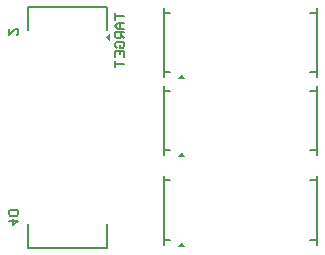
<source format=gbr>
%TF.GenerationSoftware,Altium Limited,Altium Designer,24.8.2 (39)*%
G04 Layer_Color=32896*
%FSLAX45Y45*%
%MOMM*%
%TF.SameCoordinates,C54AC7BA-B540-4DA4-B2B9-A01D8BF79CE3*%
%TF.FilePolarity,Positive*%
%TF.FileFunction,Legend,Bot*%
%TF.Part,Single*%
G01*
G75*
%TA.AperFunction,NonConductor*%
%ADD20C,0.20000*%
%ADD21C,0.15000*%
G36*
X1950000Y380000D02*
X1917842Y340000D01*
X1982157D01*
X1950000Y380000D01*
D02*
G37*
G36*
Y1140000D02*
X1917842Y1100000D01*
X1982157D01*
X1950000Y1140000D01*
D02*
G37*
G36*
X1307410Y2110002D02*
X1345999Y2077844D01*
Y2142159D01*
X1307410Y2110002D01*
D02*
G37*
G36*
X1950000Y1800000D02*
X1917842Y1760000D01*
X1982157D01*
X1950000Y1800000D01*
D02*
G37*
D20*
X1800001Y900002D02*
X1849998D01*
X1797999Y355000D02*
Y940002D01*
X1800001Y394999D02*
X1849998D01*
X3092998Y355000D02*
Y940002D01*
X3038998Y900002D02*
X3089000D01*
X3038998Y394999D02*
X3089000D01*
X3092998Y355000D02*
Y940002D01*
X1800001Y1660002D02*
X1849998D01*
X1797999Y1114999D02*
Y1700002D01*
X1800001Y1154999D02*
X1849998D01*
X3092998Y1114999D02*
Y1700002D01*
X3038998Y1660002D02*
X3089000D01*
X3038998Y1154999D02*
X3089000D01*
X3092998Y1114999D02*
Y1700002D01*
X645997Y2370002D02*
X1320997D01*
X645997Y2170003D02*
Y2370002D01*
X1320997Y2170003D02*
Y2370002D01*
X645997Y330001D02*
X1320997D01*
Y530001D01*
X645997Y330001D02*
Y530001D01*
X1800001Y2319998D02*
X1849998D01*
X1797999Y1775000D02*
Y2359998D01*
X1800001Y1815000D02*
X1849998D01*
X3092998Y1775000D02*
Y2359998D01*
X3038998Y2319998D02*
X3089000D01*
X3038998Y1815000D02*
X3089000D01*
X3092998Y1775000D02*
Y2359998D01*
D21*
X1385026Y2315000D02*
Y2261684D01*
Y2288342D01*
X1465000D01*
Y2235026D02*
X1411684D01*
X1385026Y2208368D01*
X1411684Y2181710D01*
X1465000D01*
X1425013D01*
Y2235026D01*
X1465000Y2155052D02*
X1385026D01*
Y2115065D01*
X1398355Y2101736D01*
X1425013D01*
X1438342Y2115065D01*
Y2155052D01*
Y2128394D02*
X1465000Y2101736D01*
X1398355Y2021762D02*
X1385026Y2035090D01*
Y2061748D01*
X1398355Y2075078D01*
X1451671D01*
X1465000Y2061748D01*
Y2035090D01*
X1451671Y2021762D01*
X1425013D01*
Y2048420D01*
X1385026Y1941787D02*
Y1995103D01*
X1465000D01*
Y1941787D01*
X1425013Y1995103D02*
Y1968445D01*
X1385026Y1915129D02*
Y1861813D01*
Y1888471D01*
X1465000D01*
X484999Y2183316D02*
Y2130000D01*
X538315Y2183316D01*
X551645D01*
X564973Y2169987D01*
Y2143329D01*
X551645Y2130000D01*
X484999Y559988D02*
X564973D01*
X524986Y520000D01*
Y573317D01*
X551644Y599975D02*
X564973Y613304D01*
Y639962D01*
X551644Y653291D01*
X498328D01*
X484999Y639962D01*
Y613304D01*
X498328Y599975D01*
X551644D01*
%TF.MD5,84deee3ceac04f5e4f9ad90a87163b39*%
M02*

</source>
